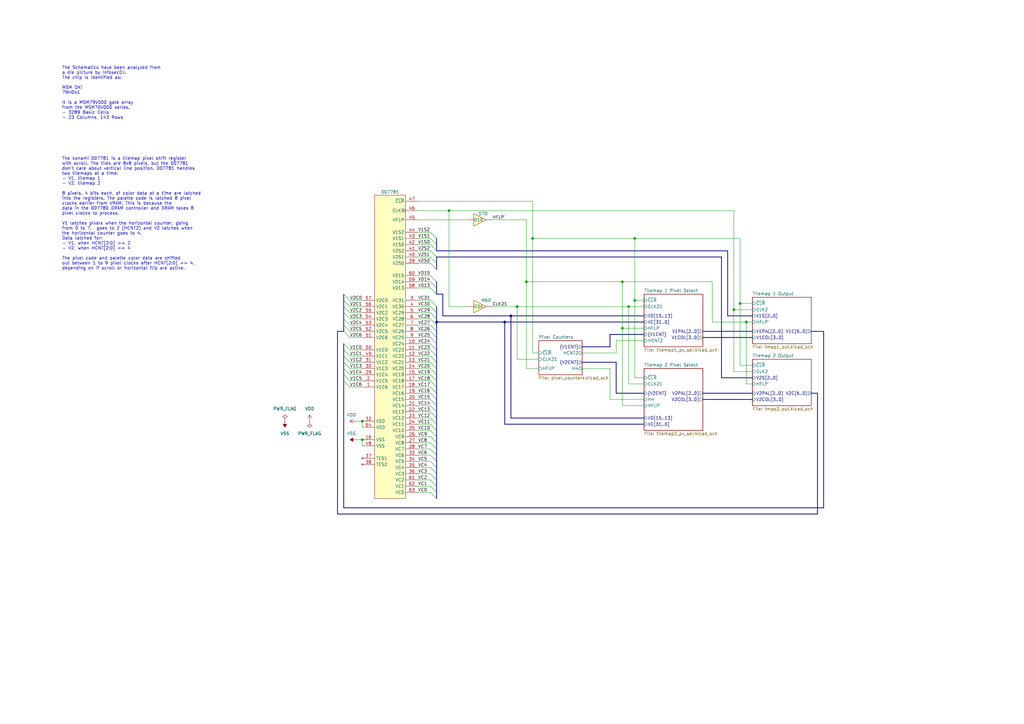
<source format=kicad_sch>
(kicad_sch (version 20231120) (generator "eeschema") (generator_version "8.0")
  (paper "A3")
  (title_block (title "Konami 007781") (date "2024-09-08") (company "Ulf Skutnabba, twitter: @skutis77"))
  (lib_symbols
    (symbol "ga_konami:007781_internal"
      (property "Reference" "U" (at 0 62.23 0))
      (property "Value" "007781" (at 0 -64.77 0))
      (symbol "007781_internal_0_1"
        (rectangle (start -6.35 60.96) (end 6.35 -63.5) (fill (type background)))
      )
      (symbol "007781_internal_1_1"
        (pin input line (at -11.43 -17.78 0) (length 5.08) (name "V1C6") (number "1"))
        (pin output line (at 11.43 0 180) (length 5.08) (name "VC24") (number "10"))
        (pin output line (at 11.43 -2.54 180) (length 5.08) (name "VC23") (number "11"))
        (pin output line (at 11.43 -5.08 180) (length 5.08) (name "VC22") (number "12"))
        (pin output line (at 11.43 -7.62 180) (length 5.08) (name "VC21") (number "13"))
        (pin output line (at 11.43 -10.16 180) (length 5.08) (name "VC20") (number "14"))
        (pin output line (at 11.43 -12.7 180) (length 5.08) (name "VC19") (number "15"))
        (pin power_in line (at -11.43 -39.37 0) (length 5.08) (name "VSS") (number "16"))
        (pin output line (at 11.43 -15.24 180) (length 5.08) (name "VC18") (number "17"))
        (pin output line (at 11.43 -17.78 180) (length 5.08) (name "VC17") (number "18"))
        (pin output line (at 11.43 -20.32 180) (length 5.08) (name "VC16") (number "19"))
        (pin input line (at -11.43 -15.24 0) (length 5.08) (name "V1C5") (number "2"))
        (pin output line (at 11.43 -22.86 180) (length 5.08) (name "VC15") (number "20"))
        (pin output line (at 11.43 -25.4 180) (length 5.08) (name "VC14") (number "21"))
        (pin output line (at 11.43 -27.94 180) (length 5.08) (name "VC13") (number "22"))
        (pin output line (at 11.43 -30.48 180) (length 5.08) (name "VC12") (number "23"))
        (pin output line (at 11.43 -33.02 180) (length 5.08) (name "VC11") (number "24"))
        (pin output line (at 11.43 -35.56 180) (length 5.08) (name "VC10") (number "25"))
        (pin output line (at 11.43 -38.1 180) (length 5.08) (name "VC9") (number "26"))
        (pin output line (at 11.43 -40.64 180) (length 5.08) (name "VC8") (number "27"))
        (pin output line (at 11.43 -43.18 180) (length 5.08) (name "VC7") (number "28"))
        (pin input line (at -11.43 -12.7 0) (length 5.08) (name "V1C4") (number "29"))
        (pin output line (at 11.43 17.78 180) (length 5.08) (name "VC31") (number "3"))
        (pin input line (at -11.43 -10.16 0) (length 5.08) (name "V1C3") (number "30"))
        (pin input line (at -11.43 -7.62 0) (length 5.08) (name "V1C2") (number "31"))
        (pin power_in line (at -11.43 -31.75 0) (length 5.08) (name "VDD") (number "32"))
        (pin output line (at 11.43 -45.72 180) (length 5.08) (name "VC6") (number "33"))
        (pin output line (at 11.43 -48.26 180) (length 5.08) (name "VC5") (number "34"))
        (pin output line (at 11.43 -50.8 180) (length 5.08) (name "VC4") (number "35"))
        (pin output line (at 11.43 -53.34 180) (length 5.08) (name "VC3") (number "36"))
        (pin no_connect line (at -11.43 -46.99 0) (length 5.08) (name "TES1") (number "37"))
        (pin no_connect line (at -11.43 -49.53 0) (length 5.08) (name "TES2") (number "38"))
        (pin output line (at 11.43 33.02 180) (length 5.08) (name "V2S0") (number "39"))
        (pin output line (at 11.43 15.24 180) (length 5.08) (name "VC30") (number "4"))
        (pin output line (at 11.43 35.56 180) (length 5.08) (name "V2S1") (number "40"))
        (pin output line (at 11.43 38.1 180) (length 5.08) (name "V2S2") (number "41"))
        (pin output line (at 11.43 40.64 180) (length 5.08) (name "V1S0") (number "42"))
        (pin output line (at 11.43 43.18 180) (length 5.08) (name "V1S1") (number "43"))
        (pin output line (at 11.43 45.72 180) (length 5.08) (name "V1S2") (number "44"))
        (pin output line (at 11.43 50.8 180) (length 5.08) (name "HFLP") (number "45"))
        (pin output clock (at 11.43 54.61 180) (length 5.08) (name "CLK2") (number "46"))
        (pin output line (at 11.43 58.42 180) (length 5.08) (name "~{CLR}") (number "47"))
        (pin power_in line (at -11.43 -41.91 0) (length 5.08) (name "VSS") (number "48"))
        (pin input line (at -11.43 -5.08 0) (length 5.08) (name "V1C1") (number "49"))
        (pin output line (at 11.43 12.7 180) (length 5.08) (name "VC29") (number "5"))
        (pin input line (at -11.43 -2.54 0) (length 5.08) (name "V1C0") (number "50"))
        (pin input line (at -11.43 2.54 0) (length 5.08) (name "V2C6") (number "51"))
        (pin input line (at -11.43 5.08 0) (length 5.08) (name "V2C5") (number "52"))
        (pin input line (at -11.43 7.62 0) (length 5.08) (name "V2C4") (number "53"))
        (pin input line (at -11.43 10.16 0) (length 5.08) (name "V2C3") (number "54"))
        (pin input line (at -11.43 12.7 0) (length 5.08) (name "V2C2") (number "55"))
        (pin input line (at -11.43 15.24 0) (length 5.08) (name "V2C1") (number "56"))
        (pin input line (at -11.43 17.78 0) (length 5.08) (name "V2C0") (number "57"))
        (pin output line (at 11.43 22.86 180) (length 5.08) (name "VD13") (number "58"))
        (pin output line (at 11.43 25.4 180) (length 5.08) (name "VD14") (number "59"))
        (pin output line (at 11.43 10.16 180) (length 5.08) (name "VC28") (number "6"))
        (pin output line (at 11.43 27.94 180) (length 5.08) (name "VD15") (number "60"))
        (pin output line (at 11.43 -55.88 180) (length 5.08) (name "VC2") (number "61"))
        (pin output line (at 11.43 -58.42 180) (length 5.08) (name "VC1") (number "62"))
        (pin output line (at 11.43 -60.96 180) (length 5.08) (name "VC0") (number "63"))
        (pin power_in line (at -11.43 -34.29 0) (length 5.08) (name "VDD") (number "64"))
        (pin output line (at 11.43 7.62 180) (length 5.08) (name "VC27") (number "7"))
        (pin output line (at 11.43 5.08 180) (length 5.08) (name "VC26") (number "8"))
        (pin output line (at 11.43 2.54 180) (length 5.08) (name "VC25") (number "9"))
      )
    )
    (symbol "ga_oki_msm70v0000:D1A"
      (property "Reference" "U" (at 0 3.81 0))
      (property "Value" "D1A" (at 0 -3.81 0))
      (symbol "D1A_1_1"
        (polyline (pts (xy -2.54 2.54) (xy -2.54 -2.54) (xy 2.54 0) (xy -2.54 2.54)) (fill (type background)))
        (pin input line (at -5.08 0 0) (length 2.54) (name "") (number "1"))
        (pin output line (at 5.08 0 180) (length 2.54) (name "") (number "2"))
      )
    )
    (symbol "ga_oki_msm70v0000:D3A"
      (property "Reference" "U" (at 0 3.81 0))
      (property "Value" "D3A" (at 0 -3.81 0))
      (symbol "D3A_1_1"
        (polyline (pts (xy -2.54 2.54) (xy -2.54 -2.54) (xy 2.54 0) (xy -2.54 2.54)) (fill (type background)))
        (pin input line (at -5.08 0 0) (length 2.54) (name "") (number "1"))
        (pin output line (at 5.08 0 180) (length 2.54) (name "") (number "2"))
      )
    )
    (symbol "power:PWR_FLAG" (power) (pin_numbers hide) (pin_names (offset 0) hide)
      (property "Value" "PWR_FLAG" (at 0 3.81 0))
      (symbol "PWR_FLAG_0_0"
        (pin power_out line (at 0 0 90) (length 0) (name "~") (number "1"))
      )
      (symbol "PWR_FLAG_0_1"
        (polyline (pts (xy 0 0) (xy 0 1.27) (xy -1.016 1.905) (xy 0 2.54) (xy 1.016 1.905) (xy 0 1.27)))
      )
    )
    (symbol "power:VDD" (power) (pin_numbers hide) (pin_names (offset 0) hide)
      (property "Value" "VDD" (at 0 3.556 0))
      (symbol "VDD_0_1"
        (polyline (pts (xy -0.762 1.27) (xy 0 2.54)))
        (polyline (pts (xy 0 0) (xy 0 2.54)))
        (polyline (pts (xy 0 2.54) (xy 0.762 1.27)))
      )
      (symbol "VDD_1_1"
        (pin power_in line (at 0 0 90) (length 0) (name "~") (number "1"))
      )
    )
    (symbol "power:VSS" (power) (pin_numbers hide) (pin_names (offset 0) hide)
      (property "Value" "VSS" (at 0 3.556 0))
      (symbol "VSS_0_1"
        (polyline (pts (xy 0 0) (xy 0 2.54)))
        (polyline (pts (xy 0.762 1.27) (xy -0.762 1.27) (xy 0 2.54) (xy 0.762 1.27)) (fill (type outline)))
      )
      (symbol "VSS_1_1"
        (pin power_in line (at 0 0 90) (length 0) (name "~") (number "1"))
      )
    )
  )
  (junction (at 300.99 127))
  (junction (at 184.15 86.36))
  (junction (at 218.44 97.79))
  (junction (at 306.07 132.08))
  (junction (at 212.09 125.73))
  (junction (at 148.59 180.34))
  (junction (at 179.07 132.08))
  (junction (at 257.81 125.73))
  (junction (at 215.9 115.57))
  (junction (at 255.27 115.57))
  (junction (at 255.27 134.62))
  (junction (at 207.01 132.08))
  (junction (at 303.53 124.46))
  (junction (at 148.59 172.72))
  (junction (at 260.35 123.19))
  (junction (at 209.55 129.54))
  (junction (at 260.35 97.79))
  (bus_entry (at 176.53 156.21) (size 2.54 2.54))
  (bus_entry (at 140.97 133.35) (size 2.54 2.54))
  (bus_entry (at 176.53 201.93) (size 2.54 2.54))
  (bus_entry (at 176.53 148.59) (size 2.54 2.54))
  (bus_entry (at 176.53 115.57) (size 2.54 2.54))
  (bus_entry (at 176.53 161.29) (size 2.54 2.54))
  (bus_entry (at 176.53 191.77) (size 2.54 2.54))
  (bus_entry (at 140.97 143.51) (size 2.54 2.54))
  (bus_entry (at 176.53 138.43) (size 2.54 2.54))
  (bus_entry (at 176.53 135.89) (size 2.54 2.54))
  (bus_entry (at 176.53 176.53) (size 2.54 2.54))
  (bus_entry (at 140.97 156.21) (size 2.54 2.54))
  (bus_entry (at 176.53 163.83) (size 2.54 2.54))
  (bus_entry (at 176.53 113.03) (size 2.54 2.54))
  (bus_entry (at 176.53 133.35) (size 2.54 2.54))
  (bus_entry (at 176.53 105.41) (size 2.54 2.54))
  (bus_entry (at 176.53 125.73) (size 2.54 2.54))
  (bus_entry (at 176.53 171.45) (size 2.54 2.54))
  (bus_entry (at 176.53 100.33) (size 2.54 2.54))
  (bus_entry (at 176.53 146.05) (size 2.54 2.54))
  (bus_entry (at 176.53 153.67) (size 2.54 2.54))
  (bus_entry (at 140.97 125.73) (size 2.54 2.54))
  (bus_entry (at 176.53 186.69) (size 2.54 2.54))
  (bus_entry (at 140.97 146.05) (size 2.54 2.54))
  (bus_entry (at 176.53 194.31) (size 2.54 2.54))
  (bus_entry (at 176.53 196.85) (size 2.54 2.54))
  (bus_entry (at 176.53 102.87) (size 2.54 2.54))
  (bus_entry (at 176.53 189.23) (size 2.54 2.54))
  (bus_entry (at 176.53 118.11) (size 2.54 2.54))
  (bus_entry (at 176.53 168.91) (size 2.54 2.54))
  (bus_entry (at 176.53 179.07) (size 2.54 2.54))
  (bus_entry (at 176.53 181.61) (size 2.54 2.54))
  (bus_entry (at 176.53 199.39) (size 2.54 2.54))
  (bus_entry (at 176.53 130.81) (size 2.54 2.54))
  (bus_entry (at 176.53 143.51) (size 2.54 2.54))
  (bus_entry (at 176.53 95.25) (size 2.54 2.54))
  (bus_entry (at 176.53 107.95) (size 2.54 2.54))
  (bus_entry (at 140.97 128.27) (size 2.54 2.54))
  (bus_entry (at 140.97 148.59) (size 2.54 2.54))
  (bus_entry (at 176.53 166.37) (size 2.54 2.54))
  (bus_entry (at 140.97 123.19) (size 2.54 2.54))
  (bus_entry (at 140.97 135.89) (size 2.54 2.54))
  (bus_entry (at 176.53 184.15) (size 2.54 2.54))
  (bus_entry (at 176.53 123.19) (size 2.54 2.54))
  (bus_entry (at 140.97 130.81) (size 2.54 2.54))
  (bus_entry (at 140.97 151.13) (size 2.54 2.54))
  (bus_entry (at 140.97 120.65) (size 2.54 2.54))
  (bus_entry (at 140.97 153.67) (size 2.54 2.54))
  (bus_entry (at 140.97 140.97) (size 2.54 2.54))
  (bus_entry (at 176.53 173.99) (size 2.54 2.54))
  (bus_entry (at 176.53 97.79) (size 2.54 2.54))
  (bus_entry (at 176.53 158.75) (size 2.54 2.54))
  (bus_entry (at 176.53 128.27) (size 2.54 2.54))
  (bus_entry (at 176.53 140.97) (size 2.54 2.54))
  (bus_entry (at 176.53 151.13) (size 2.54 2.54))
  (wire (pts (xy 171.45 148.59) (xy 176.53 148.59)))
  (wire (pts (xy 171.45 118.11) (xy 176.53 118.11)))
  (wire (pts (xy 143.51 143.51) (xy 148.59 143.51)))
  (bus (pts (xy 209.55 129.54) (xy 181.61 129.54)))
  (wire (pts (xy 220.98 144.78) (xy 218.44 144.78)))
  (wire (pts (xy 143.51 156.21) (xy 148.59 156.21)))
  (wire (pts (xy 308.61 127) (xy 300.99 127)))
  (bus (pts (xy 179.07 184.15) (xy 179.07 186.69)))
  (wire (pts (xy 171.45 86.36) (xy 184.15 86.36)))
  (wire (pts (xy 292.1 132.08) (xy 292.1 115.57)))
  (wire (pts (xy 252.73 139.7) (xy 264.16 139.7)))
  (wire (pts (xy 171.45 130.81) (xy 176.53 130.81)))
  (wire (pts (xy 171.45 181.61) (xy 176.53 181.61)))
  (wire (pts (xy 171.45 133.35) (xy 176.53 133.35)))
  (wire (pts (xy 171.45 143.51) (xy 176.53 143.51)))
  (bus (pts (xy 179.07 179.07) (xy 179.07 181.61)))
  (wire (pts (xy 260.35 97.79) (xy 303.53 97.79)))
  (bus (pts (xy 252.73 148.59) (xy 252.73 161.29)))
  (bus (pts (xy 179.07 166.37) (xy 179.07 168.91)))
  (wire (pts (xy 184.15 125.73) (xy 184.15 86.36)))
  (wire (pts (xy 264.16 154.94) (xy 260.35 154.94)))
  (wire (pts (xy 143.51 148.59) (xy 148.59 148.59)))
  (wire (pts (xy 191.77 125.73) (xy 184.15 125.73)))
  (wire (pts (xy 212.09 125.73) (xy 212.09 147.32)))
  (wire (pts (xy 171.45 135.89) (xy 176.53 135.89)))
  (bus (pts (xy 209.55 129.54) (xy 209.55 171.45)))
  (bus (pts (xy 179.07 163.83) (xy 179.07 166.37)))
  (wire (pts (xy 171.45 113.03) (xy 176.53 113.03)))
  (wire (pts (xy 171.45 105.41) (xy 176.53 105.41)))
  (bus (pts (xy 179.07 156.21) (xy 179.07 158.75)))
  (bus (pts (xy 250.19 142.24) (xy 250.19 137.16)))
  (wire (pts (xy 171.45 186.69) (xy 176.53 186.69)))
  (bus (pts (xy 179.07 194.31) (xy 179.07 196.85)))
  (wire (pts (xy 306.07 157.48) (xy 308.61 157.48)))
  (wire (pts (xy 171.45 140.97) (xy 176.53 140.97)))
  (bus (pts (xy 179.07 196.85) (xy 179.07 199.39)))
  (wire (pts (xy 171.45 199.39) (xy 176.53 199.39)))
  (wire (pts (xy 308.61 132.08) (xy 306.07 132.08)))
  (wire (pts (xy 264.16 157.48) (xy 257.81 157.48)))
  (wire (pts (xy 171.45 184.15) (xy 176.53 184.15)))
  (wire (pts (xy 215.9 115.57) (xy 255.27 115.57)))
  (bus (pts (xy 179.07 105.41) (xy 295.91 105.41)))
  (bus (pts (xy 179.07 138.43) (xy 179.07 140.97)))
  (wire (pts (xy 171.45 123.19) (xy 176.53 123.19)))
  (bus (pts (xy 288.29 161.29) (xy 308.61 161.29)))
  (bus (pts (xy 179.07 161.29) (xy 179.07 163.83)))
  (bus (pts (xy 179.07 176.53) (xy 179.07 179.07)))
  (wire (pts (xy 257.81 125.73) (xy 212.09 125.73)))
  (wire (pts (xy 143.51 138.43) (xy 148.59 138.43)))
  (bus (pts (xy 179.07 140.97) (xy 179.07 143.51)))
  (bus (pts (xy 264.16 171.45) (xy 209.55 171.45)))
  (bus (pts (xy 140.97 143.51) (xy 140.97 146.05)))
  (bus (pts (xy 250.19 137.16) (xy 264.16 137.16)))
  (wire (pts (xy 260.35 97.79) (xy 260.35 123.19)))
  (bus (pts (xy 179.07 173.99) (xy 179.07 176.53)))
  (bus (pts (xy 140.97 156.21) (xy 140.97 208.28)))
  (bus (pts (xy 207.01 132.08) (xy 207.01 173.99)))
  (bus (pts (xy 140.97 125.73) (xy 140.97 128.27)))
  (bus (pts (xy 140.97 208.28) (xy 337.82 208.28)))
  (bus (pts (xy 264.16 129.54) (xy 209.55 129.54)))
  (bus (pts (xy 179.07 151.13) (xy 179.07 153.67)))
  (wire (pts (xy 300.99 127) (xy 300.99 152.4)))
  (wire (pts (xy 171.45 176.53) (xy 176.53 176.53)))
  (wire (pts (xy 148.59 180.34) (xy 148.59 182.88)))
  (bus (pts (xy 179.07 168.91) (xy 179.07 171.45)))
  (wire (pts (xy 260.35 154.94) (xy 260.35 123.19)))
  (wire (pts (xy 171.45 102.87) (xy 176.53 102.87)))
  (bus (pts (xy 335.28 161.29) (xy 335.28 210.82)))
  (wire (pts (xy 171.45 166.37) (xy 176.53 166.37)))
  (bus (pts (xy 140.97 120.65) (xy 140.97 123.19)))
  (wire (pts (xy 252.73 144.78) (xy 252.73 139.7)))
  (bus (pts (xy 179.07 189.23) (xy 179.07 191.77)))
  (bus (pts (xy 288.29 163.83) (xy 308.61 163.83)))
  (wire (pts (xy 171.45 161.29) (xy 176.53 161.29)))
  (bus (pts (xy 288.29 138.43) (xy 308.61 138.43)))
  (wire (pts (xy 171.45 191.77) (xy 176.53 191.77)))
  (wire (pts (xy 171.45 115.57) (xy 176.53 115.57)))
  (wire (pts (xy 215.9 90.17) (xy 215.9 115.57)))
  (bus (pts (xy 295.91 154.94) (xy 295.91 105.41)))
  (bus (pts (xy 238.76 148.59) (xy 252.73 148.59)))
  (bus (pts (xy 179.07 171.45) (xy 179.07 173.99)))
  (bus (pts (xy 179.07 135.89) (xy 179.07 138.43)))
  (wire (pts (xy 184.15 86.36) (xy 300.99 86.36)))
  (wire (pts (xy 143.51 123.19) (xy 148.59 123.19)))
  (wire (pts (xy 306.07 132.08) (xy 306.07 157.48)))
  (wire (pts (xy 171.45 179.07) (xy 176.53 179.07)))
  (bus (pts (xy 179.07 153.67) (xy 179.07 156.21)))
  (bus (pts (xy 308.61 129.54) (xy 298.45 129.54)))
  (wire (pts (xy 146.05 180.34) (xy 148.59 180.34)))
  (wire (pts (xy 171.45 138.43) (xy 176.53 138.43)))
  (bus (pts (xy 140.97 128.27) (xy 140.97 130.81)))
  (bus (pts (xy 140.97 153.67) (xy 140.97 156.21)))
  (bus (pts (xy 138.43 135.89) (xy 138.43 210.82)))
  (bus (pts (xy 179.07 115.57) (xy 179.07 118.11)))
  (bus (pts (xy 179.07 120.65) (xy 179.07 118.11)))
  (wire (pts (xy 171.45 168.91) (xy 176.53 168.91)))
  (wire (pts (xy 255.27 115.57) (xy 255.27 134.62)))
  (bus (pts (xy 181.61 120.65) (xy 179.07 120.65)))
  (wire (pts (xy 143.51 158.75) (xy 148.59 158.75)))
  (wire (pts (xy 171.45 151.13) (xy 176.53 151.13)))
  (bus (pts (xy 337.82 135.89) (xy 337.82 208.28)))
  (wire (pts (xy 143.51 128.27) (xy 148.59 128.27)))
  (wire (pts (xy 143.51 146.05) (xy 148.59 146.05)))
  (wire (pts (xy 201.93 90.17) (xy 215.9 90.17)))
  (wire (pts (xy 171.45 97.79) (xy 176.53 97.79)))
  (bus (pts (xy 207.01 173.99) (xy 264.16 173.99)))
  (bus (pts (xy 332.74 135.89) (xy 337.82 135.89)))
  (bus (pts (xy 179.07 132.08) (xy 179.07 133.35)))
  (bus (pts (xy 308.61 154.94) (xy 295.91 154.94)))
  (wire (pts (xy 306.07 132.08) (xy 292.1 132.08)))
  (bus (pts (xy 181.61 120.65) (xy 181.61 129.54)))
  (wire (pts (xy 257.81 157.48) (xy 257.81 125.73)))
  (bus (pts (xy 140.97 130.81) (xy 140.97 133.35)))
  (wire (pts (xy 143.51 135.89) (xy 148.59 135.89)))
  (wire (pts (xy 143.51 125.73) (xy 148.59 125.73)))
  (wire (pts (xy 171.45 95.25) (xy 176.53 95.25)))
  (wire (pts (xy 212.09 147.32) (xy 220.98 147.32)))
  (bus (pts (xy 140.97 140.97) (xy 140.97 143.51)))
  (bus (pts (xy 179.07 146.05) (xy 179.07 148.59)))
  (wire (pts (xy 238.76 151.13) (xy 250.19 151.13)))
  (bus (pts (xy 179.07 133.35) (xy 179.07 135.89)))
  (bus (pts (xy 179.07 97.79) (xy 179.07 100.33)))
  (bus (pts (xy 179.07 201.93) (xy 179.07 204.47)))
  (wire (pts (xy 260.35 123.19) (xy 264.16 123.19)))
  (wire (pts (xy 171.45 158.75) (xy 176.53 158.75)))
  (wire (pts (xy 171.45 156.21) (xy 176.53 156.21)))
  (wire (pts (xy 255.27 166.37) (xy 255.27 134.62)))
  (bus (pts (xy 298.45 129.54) (xy 298.45 102.87)))
  (wire (pts (xy 201.93 125.73) (xy 212.09 125.73)))
  (bus (pts (xy 138.43 210.82) (xy 335.28 210.82)))
  (bus (pts (xy 179.07 107.95) (xy 179.07 105.41)))
  (bus (pts (xy 179.07 128.27) (xy 179.07 130.81)))
  (bus (pts (xy 140.97 135.89) (xy 138.43 135.89)))
  (wire (pts (xy 171.45 189.23) (xy 176.53 189.23)))
  (bus (pts (xy 140.97 123.19) (xy 140.97 125.73)))
  (bus (pts (xy 179.07 100.33) (xy 179.07 102.87)))
  (wire (pts (xy 303.53 124.46) (xy 303.53 97.79)))
  (wire (pts (xy 215.9 115.57) (xy 215.9 151.13)))
  (wire (pts (xy 171.45 201.93) (xy 176.53 201.93)))
  (wire (pts (xy 250.19 151.13) (xy 250.19 163.83)))
  (bus (pts (xy 179.07 148.59) (xy 179.07 151.13)))
  (wire (pts (xy 171.45 153.67) (xy 176.53 153.67)))
  (wire (pts (xy 300.99 86.36) (xy 300.99 127)))
  (bus (pts (xy 179.07 102.87) (xy 298.45 102.87)))
  (wire (pts (xy 218.44 144.78) (xy 218.44 97.79)))
  (wire (pts (xy 171.45 171.45) (xy 176.53 171.45)))
  (wire (pts (xy 218.44 97.79) (xy 260.35 97.79)))
  (wire (pts (xy 171.45 163.83) (xy 176.53 163.83)))
  (wire (pts (xy 218.44 97.79) (xy 218.44 82.55)))
  (bus (pts (xy 238.76 142.24) (xy 250.19 142.24)))
  (wire (pts (xy 300.99 152.4) (xy 308.61 152.4)))
  (wire (pts (xy 308.61 124.46) (xy 303.53 124.46)))
  (wire (pts (xy 303.53 124.46) (xy 303.53 149.86)))
  (bus (pts (xy 288.29 135.89) (xy 308.61 135.89)))
  (wire (pts (xy 264.16 166.37) (xy 255.27 166.37)))
  (bus (pts (xy 179.07 199.39) (xy 179.07 201.93)))
  (bus (pts (xy 140.97 146.05) (xy 140.97 148.59)))
  (wire (pts (xy 171.45 146.05) (xy 176.53 146.05)))
  (bus (pts (xy 179.07 132.08) (xy 207.01 132.08)))
  (wire (pts (xy 250.19 163.83) (xy 264.16 163.83)))
  (bus (pts (xy 179.07 158.75) (xy 179.07 161.29)))
  (wire (pts (xy 171.45 194.31) (xy 176.53 194.31)))
  (wire (pts (xy 143.51 130.81) (xy 148.59 130.81)))
  (wire (pts (xy 146.05 172.72) (xy 148.59 172.72)))
  (wire (pts (xy 171.45 107.95) (xy 176.53 107.95)))
  (bus (pts (xy 140.97 151.13) (xy 140.97 153.67)))
  (wire (pts (xy 257.81 125.73) (xy 264.16 125.73)))
  (bus (pts (xy 140.97 133.35) (xy 140.97 135.89)))
  (bus (pts (xy 252.73 161.29) (xy 264.16 161.29)))
  (wire (pts (xy 143.51 151.13) (xy 148.59 151.13)))
  (wire (pts (xy 303.53 149.86) (xy 308.61 149.86)))
  (bus (pts (xy 179.07 125.73) (xy 179.07 128.27)))
  (wire (pts (xy 171.45 125.73) (xy 176.53 125.73)))
  (bus (pts (xy 179.07 181.61) (xy 179.07 184.15)))
  (bus (pts (xy 332.74 161.29) (xy 335.28 161.29)))
  (wire (pts (xy 191.77 90.17) (xy 171.45 90.17)))
  (wire (pts (xy 255.27 115.57) (xy 292.1 115.57)))
  (wire (pts (xy 171.45 128.27) (xy 176.53 128.27)))
  (wire (pts (xy 171.45 196.85) (xy 176.53 196.85)))
  (wire (pts (xy 143.51 133.35) (xy 148.59 133.35)))
  (bus (pts (xy 207.01 132.08) (xy 264.16 132.08)))
  (wire (pts (xy 220.98 151.13) (xy 215.9 151.13)))
  (wire (pts (xy 238.76 144.78) (xy 252.73 144.78)))
  (bus (pts (xy 179.07 186.69) (xy 179.07 189.23)))
  (bus (pts (xy 179.07 143.51) (xy 179.07 146.05)))
  (bus (pts (xy 179.07 191.77) (xy 179.07 194.31)))
  (wire (pts (xy 143.51 153.67) (xy 148.59 153.67)))
  (wire (pts (xy 218.44 82.55) (xy 171.45 82.55)))
  (bus (pts (xy 179.07 110.49) (xy 179.07 107.95)))
  (wire (pts (xy 148.59 172.72) (xy 148.59 175.26)))
  (bus (pts (xy 179.07 130.81) (xy 179.07 132.08)))
  (bus (pts (xy 140.97 148.59) (xy 140.97 151.13)))
  (wire (pts (xy 171.45 100.33) (xy 176.53 100.33)))
  (wire (pts (xy 171.45 173.99) (xy 176.53 173.99)))
  (wire (pts (xy 255.27 134.62) (xy 264.16 134.62)))
  (text "The Schematics have been analyzed from\na die picture by InfosecDJ.\nThe chip is identified as:\n\nMSM OKi\n79H041\n\nIt is a MSM79V000 gate array\nfrom the MSM70V000 series.\n- 3289 Basic Cells\n- 23 Columns, 143 Rows\n" (at 25.4 38.1 0) (effects (font (size 1.27 1.27)) (justify left)))
  (text "The konami 007781 is a tilemap pixel shift register\nwith scroll. The tiles are 8x8 pixels, but the 007781\ndon't care about vertical line position. 007781 handles\ntwo tilemaps at a time:\n- V1, tilemap 1\n- V2, tilemap 2\n\n8 pixels, 4 bits each, of color data at a time are latched\ninto the registers. The palette code is latched 8 pixel\nclocks earlier from VRAM. This is because the \ndata in the 007780 DRAM controller and DRAM takes 8\npixel clocks to process.\n\nV1 latches pixels when the horizontal counter, going\nfrom 0 to 7,  goes to 2 (HCNT2) and V2 latches when\nthe horizontal counter goes to 4.\nData latched for:\n- V1, when HCNT[2:0] == 2\n- V2, when HCNT[2:0] == 4\n\nThe pixel code and palette color data are shifted\nout between 1 to 9 pixel clocks after HCNT[2:0] == 4,\ndepending on if scroll or horizontal flip are active." (at 25.4 87.63 0) (effects (font (size 1.27 1.27)) (justify left)))
  (label "V2C1" (at 143.51 125.73 0))
  (label "VC8" (at 171.45 181.61 0))
  (label "VC9" (at 171.45 179.07 0))
  (label "VC1" (at 171.45 199.39 0))
  (label "VD14" (at 171.45 115.57 0))
  (label "VC5" (at 171.45 189.23 0))
  (label "VC22" (at 171.45 146.05 0))
  (label "V1C6" (at 143.51 158.75 0))
  (label "VC16" (at 171.45 161.29 0))
  (label "VC26" (at 171.45 135.89 0))
  (label "V2S2" (at 171.45 102.87 0))
  (label "VC24" (at 171.45 140.97 0))
  (label "VC17" (at 171.45 158.75 0))
  (label "V1S0" (at 171.45 100.33 0))
  (label "VC11" (at 171.45 173.99 0))
  (label "VD15" (at 171.45 113.03 0))
  (label "V1S2" (at 171.45 95.25 0))
  (label "V1C3" (at 143.51 151.13 0))
  (label "V1C5" (at 143.51 156.21 0))
  (label "V2C5" (at 143.51 135.89 0))
  (label "V1C1" (at 143.51 146.05 0))
  (label "V1C4" (at 143.51 153.67 0))
  (label "VD13" (at 171.45 118.11 0))
  (label "VC6" (at 171.45 186.69 0))
  (label "VC18" (at 171.45 156.21 0))
  (label "V2C0" (at 143.51 123.19 0))
  (label "VC15" (at 171.45 163.83 0))
  (label "V2C4" (at 143.51 133.35 0))
  (label "V2S1" (at 171.45 105.41 0))
  (label "VC23" (at 171.45 143.51 0))
  (label "HFLP'" (at 201.93 90.17 0))
  (label "VC19" (at 171.45 153.67 0))
  (label "VC28" (at 171.45 130.81 0))
  (label "V2C6" (at 143.51 138.43 0))
  (label "V1S1" (at 171.45 97.79 0))
  (label "V2C3" (at 143.51 130.81 0))
  (label "VC13" (at 171.45 168.91 0))
  (label "V1C0" (at 143.51 143.51 0))
  (label "VC27" (at 171.45 133.35 0))
  (label "VC20" (at 171.45 151.13 0))
  (label "VC30" (at 171.45 125.73 0))
  (label "VC12" (at 171.45 171.45 0))
  (label "VC21" (at 171.45 148.59 0))
  (label "VC14" (at 171.45 166.37 0))
  (label "V2S0" (at 171.45 107.95 0))
  (label "V1C2" (at 143.51 148.59 0))
  (label "VC29" (at 171.45 128.27 0))
  (label "V2C2" (at 143.51 128.27 0))
  (label "VC31" (at 171.45 123.19 0))
  (label "VC7" (at 171.45 184.15 0))
  (label "VC10" (at 171.45 176.53 0))
  (label "VC4" (at 171.45 191.77 0))
  (label "CLK21" (at 201.93 125.73 0))
  (label "VC0" (at 171.45 201.93 0))
  (label "VC3" (at 171.45 194.31 0))
  (label "VC25" (at 171.45 138.43 0))
  (label "VC2" (at 171.45 196.85 0))
  (symbol (lib_id "ga_konami:007781_internal") (at 160.02 140.97 0) (unit 1)
    (property "Reference" "U1" (effects (hide yes)))
    (property "Value" "007781" (at 160.02 78.74 0))
    (property "Description" "Konami custom pixel shift register and multiplexer" (effects (hide yes)))
  )
  (symbol (lib_id "power:VSS") (at 116.84 172.72 180) (unit 1)
    (property "Reference" "#PWR04" (effects (hide yes)))
    (property "Value" "VSS" (at 116.84 177.8 0))
    (property "Description" "Power symbol creates a global label with name \"VSS\"" (effects (hide yes)))
  )
  (symbol (lib_id "power:PWR_FLAG") (at 127 172.72 180) (unit 1)
    (property "Reference" "#FLG01" (effects (hide yes)))
    (property "Value" "PWR_FLAG" (at 127 177.8 0))
    (property "Description" "Special symbol for telling ERC where power comes from" (effects (hide yes)))
  )
  (symbol (lib_id "power:VSS") (at 146.05 180.34 90) (unit 1)
    (property "Reference" "#PWR02" (effects (hide yes)))
    (property "Value" "VSS" (at 146.05 177.8 90) (effects (justify left)))
    (property "Description" "Power symbol creates a global label with name \"VSS\"" (effects (hide yes)))
  )
  (symbol (lib_id "ga_oki_msm70v0000:D3A") (at 196.85 125.73 0) (unit 1)
    (property "Reference" "M60" (at 199.39 123.19 0))
    (property "Value" "D3A" (at 196.215 125.73 0))
    (property "Description" "Internal through driver -3" (effects (hide yes)))
  )
  (symbol (lib_id "ga_oki_msm70v0000:D1A") (at 196.85 90.17 0) (unit 1)
    (property "Reference" "O70" (at 198.12 87.63 0))
    (property "Value" "D1A" (at 196.215 90.17 0))
    (property "Description" "Internal through driver -1" (effects (hide yes)))
  )
  (symbol (lib_id "power:VDD") (at 127 172.72 0) (unit 1)
    (property "Reference" "#PWR03" (effects (hide yes)))
    (property "Value" "VDD" (at 127 167.64 0))
    (property "Description" "Power symbol creates a global label with name \"VDD\"" (effects (hide yes)))
  )
  (symbol (lib_id "power:PWR_FLAG") (at 116.84 172.72 0) (unit 1)
    (property "Reference" "#FLG02" (effects (hide yes)))
    (property "Value" "PWR_FLAG" (at 116.84 167.64 0))
    (property "Description" "Special symbol for telling ERC where power comes from" (effects (hide yes)))
  )
  (symbol (lib_id "power:VDD") (at 146.05 172.72 90) (unit 1)
    (property "Reference" "#PWR01" (effects (hide yes)))
    (property "Value" "VDD" (at 146.05 170.18 90) (effects (justify left)))
    (property "Description" "Power symbol creates a global label with name \"VDD\"" (effects (hide yes)))
  )
  (sheet (at 220.98 139.7) (size 17.78 13.97) (stroke (width 0.1524))
    (property "Sheetname" "Pixel Counters" (at 220.98 138.9884 0) (effects (justify left bottom)))
    (property "Sheetfile" "pixel_counters.kicad_sch" (at 220.98 154.2546 0) (effects (justify left top)))
    (pin "HCNT2" output (at 238.76 144.78 0))
    (pin "~{CLR}" input (at 220.98 144.78 180))
    (pin "CLK21" input (at 220.98 147.32 180))
    (pin "{V2CNT}" output (at 238.76 148.59 0))
    (pin "HFLP'" input (at 220.98 151.13 180))
    (pin "{V1CNT}" output (at 238.76 142.24 0))
    (pin "H4" output (at 238.76 151.13 0))
  )
  (sheet (at 308.61 121.92) (size 24.13 19.05) (stroke (width 0.1524))
    (property "Sheetname" "Tilemap 1 Output" (at 308.61 121.2084 0) (effects (justify left bottom)))
    (property "Sheetfile" "tmap1_out.kicad_sch" (at 308.61 141.5546 0) (effects (justify left top)))
    (pin "V1C[6..0]" output (at 332.74 135.89 0))
    (pin "HFLP'" input (at 308.61 132.08 180))
    (pin "CLK2" input (at 308.61 127 180))
    (pin "~{CLR}" input (at 308.61 124.46 180))
    (pin "V1S[2..0]" input (at 308.61 129.54 180))
    (pin "V1COL[3..0]" input (at 308.61 138.43 180))
    (pin "V1PAL[2..0]" input (at 308.61 135.89 180))
  )
  (sheet (at 308.61 147.32) (size 24.13 19.05) (stroke (width 0.1524))
    (property "Sheetname" "Tilemap 2 Output" (at 308.61 146.6084 0) (effects (justify left bottom)))
    (property "Sheetfile" "tmap2_out.kicad_sch" (at 308.61 166.9546 0) (effects (justify left top)))
    (pin "CLK2" input (at 308.61 152.4 180))
    (pin "~{CLR}" input (at 308.61 149.86 180))
    (pin "V2COL[3..0]" input (at 308.61 163.83 180))
    (pin "HFLP'" input (at 308.61 157.48 180))
    (pin "V2S[2..0]" input (at 308.61 154.94 180))
    (pin "V2PAL[2..0]" input (at 308.61 161.29 180))
    (pin "V2C[6..0]" output (at 332.74 161.29 0))
  )
  (sheet (at 264.16 120.65) (size 24.13 21.59) (stroke (width 0.1524))
    (property "Sheetname" "Tilemap 1 Pixel Select" (at 264.16 119.9384 0) (effects (justify left bottom)))
    (property "Sheetfile" "tilemap1_px_sel.kicad_sch" (at 264.16 142.8246 0) (effects (justify left top)))
    (pin "V1PAL[2..0]" output (at 288.29 135.89 0))
    (pin "CLK21" input (at 264.16 125.73 180))
    (pin "HCNT2" input (at 264.16 139.7 180))
    (pin "VC[31..0]" input (at 264.16 132.08 180))
    (pin "V1COL[3..0]" output (at 288.29 138.43 0))
    (pin "VD[15..13]" input (at 264.16 129.54 180))
    (pin "~{CLR}" input (at 264.16 123.19 180))
    (pin "HFLP'" input (at 264.16 134.62 180))
    (pin "{V1CNT}" input (at 264.16 137.16 180))
  )
  (sheet (at 264.16 151.13) (size 24.13 25.4) (stroke (width 0.1524))
    (property "Sheetname" "Tilemap 2 Pixel Select" (at 264.16 150.4184 0) (effects (justify left bottom)))
    (property "Sheetfile" "tilemap2_px_sel.kicad_sch" (at 264.16 177.1146 0) (effects (justify left top)))
    (pin "~{CLR}" input (at 264.16 154.94 180))
    (pin "VC[31..0]" input (at 264.16 173.99 180))
    (pin "CLK21" input (at 264.16 157.48 180))
    (pin "V2COL[3..0]" output (at 288.29 163.83 0))
    (pin "VD[15..13]" input (at 264.16 171.45 180))
    (pin "V2PAL[2..0]" output (at 288.29 161.29 0))
    (pin "H4" input (at 264.16 163.83 180))
    (pin "HFLP'" input (at 264.16 166.37 180))
    (pin "{V2CNT}" input (at 264.16 161.29 180))
  )
)
</source>
